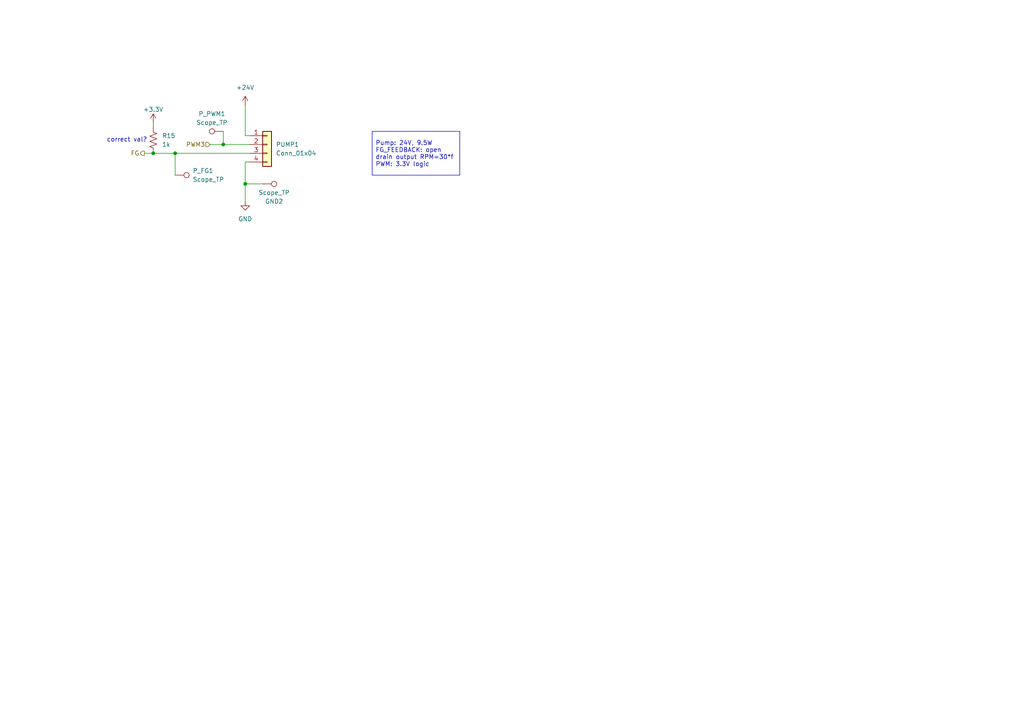
<source format=kicad_sch>
(kicad_sch (version 20250114) (generator "eeschema") (generator_version "9.0")
  (paper "A4")
  (lib_symbols
    (symbol "Connector:TestPoint" (pin_numbers (hide yes)) (pin_names (offset 0.762) (hide yes))
      (property "Reference" "TP" (at 0 6.858 0))
      (property "Value" "TestPoint" (at 0 5.08 0))
      (symbol "TestPoint_0_1"
        (circle (center 0 3.302) (radius 0.762))
      )
      (symbol "TestPoint_1_1"
        (pin passive line (at 0 0 90) (length 2.54) (name "1") (number "1"))
      )
    )
    (symbol "Connector_Generic:Conn_01x04" (pin_names (offset 1.016) (hide yes))
      (property "Reference" "J" (at 0 5.08 0))
      (property "Value" "Conn_01x04" (at 0 -7.62 0))
      (symbol "Conn_01x04_1_1"
        (rectangle (start -1.27 3.81) (end 1.27 -6.35) (stroke (width 0.254)) (fill (type background)))
        (rectangle (start -1.27 2.667) (end 0 2.413) (stroke (width 0.1524)))
        (rectangle (start -1.27 0.127) (end 0 -0.127) (stroke (width 0.1524)))
        (rectangle (start -1.27 -2.413) (end 0 -2.667) (stroke (width 0.1524)))
        (rectangle (start -1.27 -4.953) (end 0 -5.207) (stroke (width 0.1524)))
        (pin passive line (at -5.08 2.54 0) (length 3.81) (name "Pin_1") (number "1"))
        (pin passive line (at -5.08 0 0) (length 3.81) (name "Pin_2") (number "2"))
        (pin passive line (at -5.08 -2.54 0) (length 3.81) (name "Pin_3") (number "3"))
        (pin passive line (at -5.08 -5.08 0) (length 3.81) (name "Pin_4") (number "4"))
      )
    )
    (symbol "Device:R_US" (pin_numbers (hide yes)) (pin_names (offset 0))
      (property "Reference" "R" (at 2.54 0 90))
      (property "Value" "R_US" (at -2.54 0 90))
      (symbol "R_US_0_1"
        (polyline (pts (xy 0 2.286) (xy 0 2.54)))
        (polyline (pts (xy 0 2.286) (xy 1.016 1.905) (xy 0 1.524) (xy -1.016 1.143) (xy 0 0.762)))
        (polyline (pts (xy 0 0.762) (xy 1.016 0.381) (xy 0 0) (xy -1.016 -0.381) (xy 0 -0.762)))
        (polyline (pts (xy 0 -0.762) (xy 1.016 -1.143) (xy 0 -1.524) (xy -1.016 -1.905) (xy 0 -2.286)))
        (polyline (pts (xy 0 -2.286) (xy 0 -2.54)))
      )
      (symbol "R_US_1_1"
        (pin passive line (at 0 3.81 270) (length 1.27) (name "~") (number "1"))
        (pin passive line (at 0 -3.81 90) (length 1.27) (name "~") (number "2"))
      )
    )
    (symbol "power:+24V" (power) (pin_numbers (hide yes)) (pin_names (offset 0) (hide yes))
      (property "Value" "+24V" (at 0 3.556 0))
      (symbol "+24V_0_1"
        (polyline (pts (xy -0.762 1.27) (xy 0 2.54)))
        (polyline (pts (xy 0 2.54) (xy 0.762 1.27)))
        (polyline (pts (xy 0 0) (xy 0 2.54)))
      )
      (symbol "+24V_1_1"
        (pin power_in line (at 0 0 90) (length 0) (name "~") (number "1"))
      )
    )
    (symbol "power:+3.3V" (power) (pin_names (offset 0))
      (property "Value" "+3.3V" (at 0 3.556 0))
      (symbol "+3.3V_0_1"
        (polyline (pts (xy -0.762 1.27) (xy 0 2.54)))
        (polyline (pts (xy 0 2.54) (xy 0.762 1.27)))
        (polyline (pts (xy 0 0) (xy 0 2.54)))
      )
      (symbol "+3.3V_1_1"
        (pin power_in line (at 0 0 90) (length 0) (hide yes) (name "+3.3V") (number "1"))
      )
    )
    (symbol "power:GND" (power) (pin_numbers (hide yes)) (pin_names (offset 0) (hide yes))
      (property "Value" "GND" (at 0 -3.81 0))
      (symbol "GND_0_1"
        (polyline (pts (xy 0 0) (xy 0 -1.27) (xy 1.27 -1.27) (xy 0 -2.54) (xy -1.27 -1.27) (xy 0 -1.27)))
      )
      (symbol "GND_1_1"
        (pin power_in line (at 0 0 270) (length 0) (name "~") (number "1"))
      )
    )
  )
  (text "correct val?" (at 36.83 40.64 0) (effects (font (size 1.27 1.27))))
  (text_box "Pump: 24V, 9.5W\nFG_FEEDBACK: open drain output RPM=30*f\nPWM: 3.3V logic" (at 107.95 38.1 0) (size 25.4 12.7) (margins 0.9525 0.9525 0.9525 0.9525) (effects (font (size 1.27 1.27)) (justify left)))
  (junction (at 44.45 44.45))
  (junction (at 50.8 44.45))
  (junction (at 64.77 41.91))
  (junction (at 71.12 53.34))
  (wire (pts (xy 71.12 46.99) (xy 71.12 53.34)))
  (wire (pts (xy 50.8 50.8) (xy 50.8 44.45)))
  (wire (pts (xy 71.12 53.34) (xy 71.12 58.42)))
  (wire (pts (xy 44.45 35.56) (xy 44.45 36.83)))
  (wire (pts (xy 71.12 46.99) (xy 72.39 46.99)))
  (wire (pts (xy 64.77 41.91) (xy 72.39 41.91)))
  (wire (pts (xy 71.12 39.37) (xy 72.39 39.37)))
  (wire (pts (xy 60.96 41.91) (xy 64.77 41.91)))
  (wire (pts (xy 50.8 44.45) (xy 72.39 44.45)))
  (wire (pts (xy 76.2 53.34) (xy 71.12 53.34)))
  (wire (pts (xy 44.45 44.45) (xy 50.8 44.45)))
  (wire (pts (xy 71.12 30.48) (xy 71.12 39.37)))
  (wire (pts (xy 64.77 38.1) (xy 64.77 41.91)))
  (wire (pts (xy 41.91 44.45) (xy 44.45 44.45)))
  (hierarchical_label "PWM3" (shape input) (at 60.96 41.91 180))
  (hierarchical_label "FG" (shape output) (at 41.91 44.45 180))
  (symbol (lib_id "power:+24V") (at 71.12 30.48 0) (unit 1)
    (property "Reference" "#PWR043" (effects (hide yes)))
    (property "Value" "+24V" (at 71.12 25.4 0))
    (property "Description" "Power symbol creates a global label with name \"+24V\"" (effects (hide yes)))
  )
  (symbol (lib_id "power:GND") (at 71.12 58.42 0) (unit 1)
    (property "Reference" "#PWR044" (effects (hide yes)))
    (property "Value" "GND" (at 71.12 63.5 0))
    (property "Description" "Power symbol creates a global label with name \"GND\" , ground" (effects (hide yes)))
  )
  (symbol (lib_id "power:+3.3V") (at 44.45 35.56 0) (unit 1)
    (property "Reference" "#PWR042" (effects (hide yes)))
    (property "Value" "+3.3V" (at 44.45 31.75 0))
    (property "Description" "Power symbol creates a global label with name \"+3.3V\"" (effects (hide yes)))
  )
  (symbol (lib_id "Connector_Generic:Conn_01x04") (at 77.47 41.91 0) (unit 1)
    (property "Reference" "PUMP1" (at 80.01 41.9099 0) (effects (justify left)))
    (property "Value" "Conn_01x04" (at 80.01 44.4499 0) (effects (justify left)))
    (property "Footprint" "Connector_Molex:Molex_Nano-Fit_105309-xx04_1x04_P2.50mm_Vertical" (effects (hide yes)))
    (property "Datasheet" "https://freezemod.com/product/freezemod-computer-water-cooler-magnetic-levitation-domestic-ddc-water-pump-pub-gcdcb-pm/" (effects (hide yes)))
    (property "Description" "Generic connector, single row, 01x04, script generated (kicad-library-utils/schlib/autogen/connector/)" (effects (hide yes)))
    (property "Notes" "Small signal control for pump" (effects (hide yes)))
  )
  (symbol (lib_id "Connector:TestPoint") (at 50.8 50.8 270) (unit 1)
    (property "Reference" "P_FG1" (at 55.88 49.5299 90) (effects (justify left)))
    (property "Value" "Scope_TP" (at 55.88 52.0699 90) (effects (justify left)))
    (property "Footprint" "TestPoint:TestPoint_Keystone_5010-5014_Multipurpose" (effects (hide yes)))
    (property "Description" "test point" (effects (hide yes)))
  )
  (symbol (lib_id "Connector:TestPoint") (at 76.2 53.34 270) (unit 1)
    (property "Reference" "GND2" (at 79.502 58.42 90))
    (property "Value" "Scope_TP" (at 79.502 55.88 90))
    (property "Footprint" "TestPoint:TestPoint_Keystone_5010-5014_Multipurpose" (effects (hide yes)))
    (property "Description" "test point" (effects (hide yes)))
  )
  (symbol (lib_id "Device:R_US") (at 44.45 40.64 0) (unit 1)
    (property "Reference" "R15" (at 46.99 39.3699 0) (effects (justify left)))
    (property "Value" "1k" (at 46.99 41.9099 0) (effects (justify left)))
    (property "Footprint" "Resistor_SMD:R_0805_2012Metric" (effects (hide yes)))
    (property "Description" "Resistor, US symbol" (effects (hide yes)))
  )
  (symbol (lib_id "Connector:TestPoint") (at 64.77 38.1 90) (unit 1)
    (property "Reference" "P_PWM1" (at 61.468 33.02 90))
    (property "Value" "Scope_TP" (at 61.468 35.56 90))
    (property "Footprint" "TestPoint:TestPoint_Keystone_5010-5014_Multipurpose" (effects (hide yes)))
    (property "Description" "test point" (effects (hide yes)))
  )
)
</source>
